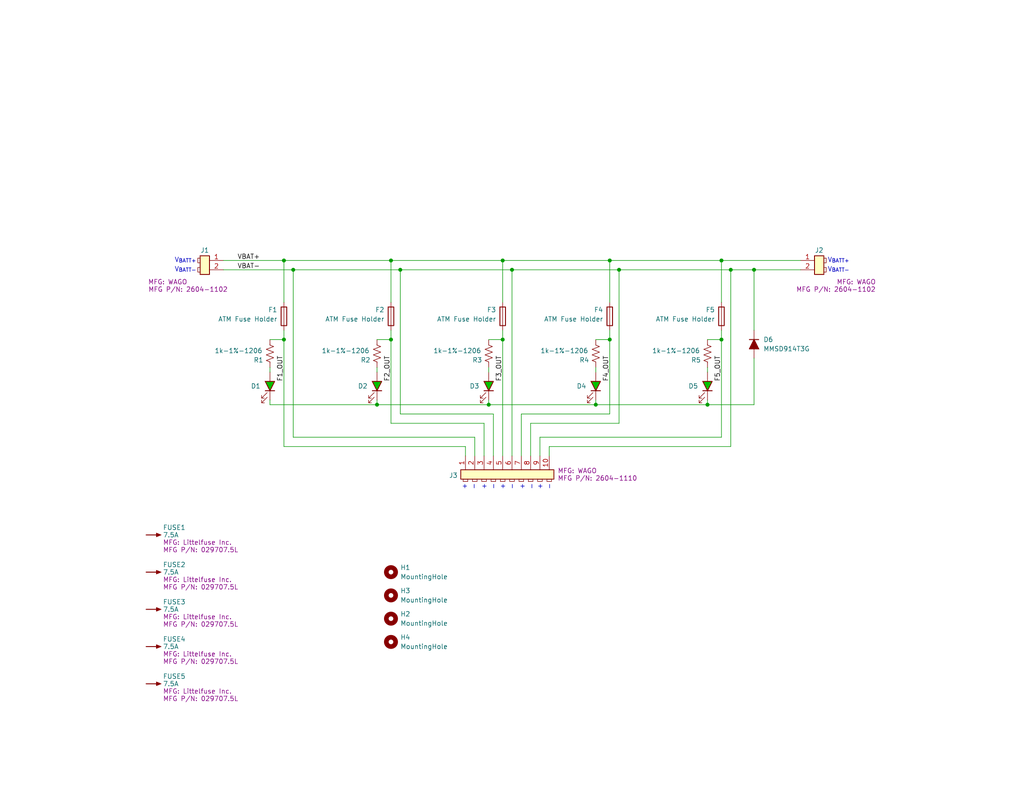
<source format=kicad_sch>
(kicad_sch (version 20250114) (generator "eeschema") (generator_version "9.0")
  (paper "A")
  (title_block (title "Mini Power Distribution Board (WCP-1823)") (date "2025-09-19") (rev "2") (company "1868 Space Cookies"))
  (lib_symbols
    (symbol "Connector:Screw_Terminal_01x02" (pin_names (offset 1.016) (hide yes))
      (property "Reference" "J1" (at 0 -8.89 0))
      (property "Value" "2606-1102" (at 0 -6.35 0))
      (symbol "Screw_Terminal_01x02_0_1"
        (rectangle (start 1.27 0.635) (end 1.905 -0.635))
        (rectangle (start 1.27 -1.905) (end 1.905 -3.175))
      )
      (symbol "Screw_Terminal_01x02_1_1"
        (rectangle (start -1.27 1.27) (end 1.27 -3.81) (stroke (width 0.254)) (fill (type background)))
        (pin input line (at -5.08 0 0) (length 3.81) (name "Pin_1") (number "1"))
        (pin input line (at -5.08 -2.54 0) (length 3.81) (name "Pin_2") (number "2"))
      )
    )
    (symbol "Connector:Screw_Terminal_01x10" (pin_names (offset 1.016) (hide yes))
      (property "Reference" "J2" (at 2.54 0 0))
      (property "Value" "Screw_Terminal_01x10" (at 2.54 -2.54 0))
      (symbol "Screw_Terminal_01x10_0_1"
        (rectangle (start 1.27 10.795) (end 1.905 9.525))
        (rectangle (start 1.27 8.255) (end 1.905 6.985))
        (rectangle (start 1.27 5.715) (end 1.905 4.445))
        (rectangle (start 1.27 3.175) (end 1.905 1.905))
        (rectangle (start 1.27 0.635) (end 1.905 -0.635))
        (rectangle (start 1.27 -1.905) (end 1.905 -3.175))
        (rectangle (start 1.27 -4.445) (end 1.905 -5.715))
        (rectangle (start 1.27 -6.985) (end 1.905 -8.255))
        (rectangle (start 1.27 -9.525) (end 1.905 -10.795))
        (rectangle (start 1.27 -12.065) (end 1.905 -13.335))
      )
      (symbol "Screw_Terminal_01x10_1_1"
        (rectangle (start -1.27 11.43) (end 1.27 -13.97) (stroke (width 0.254)) (fill (type background)))
        (pin passive line (at -5.08 10.16 0) (length 3.81) (name "Pin_1") (number "1"))
        (pin passive line (at -5.08 7.62 0) (length 3.81) (name "Pin_2") (number "2"))
        (pin passive line (at -5.08 5.08 0) (length 3.81) (name "Pin_3") (number "3"))
        (pin passive line (at -5.08 2.54 0) (length 3.81) (name "Pin_4") (number "4"))
        (pin passive line (at -5.08 0 0) (length 3.81) (name "Pin_5") (number "5"))
        (pin passive line (at -5.08 -2.54 0) (length 3.81) (name "Pin_6") (number "6"))
        (pin passive line (at -5.08 -5.08 0) (length 3.81) (name "Pin_7") (number "7"))
        (pin passive line (at -5.08 -7.62 0) (length 3.81) (name "Pin_8") (number "8"))
        (pin passive line (at -5.08 -10.16 0) (length 3.81) (name "Pin_9") (number "9"))
        (pin passive line (at -5.08 -12.7 0) (length 3.81) (name "Pin_10") (number "10"))
      )
    )
    (symbol "Device:D" (pin_numbers (hide yes)) (pin_names (offset 1.016) (hide yes))
      (property "Reference" "D6" (at 1.2701 -2.54 90))
      (property "Value" "D" (at -1.2699 -2.54 90))
      (symbol "D_0_1"
        (polyline (pts (xy -1.27 1.27) (xy -1.27 -1.27)) (stroke (width 0.254)))
        (polyline (pts (xy 1.27 0) (xy -1.27 0)))
      )
      (symbol "D_1_1"
        (polyline (pts (xy 1.27 1.27) (xy 1.27 -1.27) (xy -1.27 0) (xy 1.27 1.27)) (stroke (width 0.254)) (fill (type outline)))
        (pin passive line (at -3.81 0 0) (length 2.54) (name "K") (number "1"))
        (pin passive line (at 3.81 0 180) (length 2.54) (name "A") (number "2"))
      )
    )
    (symbol "Device:Fuse" (pin_numbers (hide yes)) (pin_names (offset 0))
      (property "Reference" "F" (at 2.032 0 90))
      (property "Value" "Fuse" (at -1.905 0 90))
      (symbol "Fuse_0_1"
        (rectangle (start -0.762 -2.54) (end 0.762 2.54) (stroke (width 0.254)))
        (polyline (pts (xy 0 2.54) (xy 0 -2.54)))
      )
      (symbol "Fuse_1_1"
        (pin passive line (at 0 3.81 270) (length 1.27) (name "~") (number "1"))
        (pin passive line (at 0 -3.81 90) (length 1.27) (name "~") (number "2"))
      )
    )
    (symbol "Device:LED" (pin_numbers (hide yes)) (pin_names (offset 1.016) (hide yes))
      (property "Reference" "D1" (at 0 -2.54 90))
      (symbol "LED_0_1"
        (polyline (pts (xy -3.048 -0.762) (xy -4.572 -2.286) (xy -3.81 -2.286) (xy -4.572 -2.286) (xy -4.572 -1.524)))
        (polyline (pts (xy -1.778 -0.762) (xy -3.302 -2.286) (xy -2.54 -2.286) (xy -3.302 -2.286) (xy -3.302 -1.524)))
        (polyline (pts (xy -1.27 -1.27) (xy -1.27 1.27)) (stroke (width 0.254)))
      )
      (symbol "LED_1_1"
        (polyline (pts (xy 1.27 -1.27) (xy 1.27 1.27) (xy -1.27 0) (xy 1.27 -1.27)) (stroke (width 0.254)) (fill (type color) (color 0 194 0 1)))
        (pin passive line (at -3.81 0 0) (length 2.54) (name "K") (number "1"))
        (pin passive line (at 3.81 0 180) (length 2.54) (name "A") (number "2"))
      )
    )
    (symbol "Device:R_US" (pin_numbers (hide yes)) (pin_names (offset 0))
      (property "Reference" "R" (at 2.54 0 90))
      (property "Value" "R_US" (at -2.54 0 90))
      (symbol "R_US_0_1"
        (polyline (pts (xy 0 2.286) (xy 0 2.54)))
        (polyline (pts (xy 0 2.286) (xy 1.016 1.905) (xy 0 1.524) (xy -1.016 1.143) (xy 0 0.762)))
        (polyline (pts (xy 0 0.762) (xy 1.016 0.381) (xy 0 0) (xy -1.016 -0.381) (xy 0 -0.762)))
        (polyline (pts (xy 0 -0.762) (xy 1.016 -1.143) (xy 0 -1.524) (xy -1.016 -1.905) (xy 0 -2.286)))
        (polyline (pts (xy 0 -2.286) (xy 0 -2.54)))
      )
      (symbol "R_US_1_1"
        (pin passive line (at 0 3.81 270) (length 1.27) (name "~") (number "1"))
        (pin passive line (at 0 -3.81 90) (length 1.27) (name "~") (number "2"))
      )
    )
    (symbol "Graphic:SYM_Arrow_Small" (in_bom no) (on_board no)
      (symbol "SYM_Arrow_Small_0_1"
        (polyline (pts (xy 1.524 0) (xy -2.032 0)) (stroke (width 0.254)))
        (polyline (pts (xy 2.032 0) (xy 0.762 -0.508) (xy 0.762 0.508) (xy 2.032 0)) (fill (type outline)))
      )
    )
    (symbol "Mechanical:MountingHole" (pin_names (offset 1.016)) (exclude_from_sim yes) (in_bom no)
      (property "Reference" "H" (at 0 5.08 0))
      (property "Value" "MountingHole" (at 0 3.175 0))
      (symbol "MountingHole_0_1"
        (circle (center 0 0) (radius 1.27) (stroke (width 1.27)))
      )
    )
  )
  (text "-" (at 145.034 132.08 90) (effects (font (size 1.27 1.27)) (justify right)))
  (text "V_{BATT+}" (at 225.806 71.12 0) (effects (font (size 1.27 1.27)) (justify left)))
  (text "V_{BATT-}" (at 53.594 73.66 0) (effects (font (size 1.27 1.27)) (justify right)))
  (text "+" (at 137.16 132.08 90) (effects (font (size 1.27 1.27)) (justify right)))
  (text "V_{BATT+}" (at 53.594 71.12 0) (effects (font (size 1.27 1.27)) (justify right)))
  (text "V_{BATT-}" (at 225.806 73.66 0) (effects (font (size 1.27 1.27)) (justify left)))
  (text "+" (at 142.494 132.08 90) (effects (font (size 1.27 1.27)) (justify right)))
  (text "-" (at 134.62 132.08 90) (effects (font (size 1.27 1.27)) (justify right)))
  (text "+" (at 126.746 132.08 90) (effects (font (size 1.27 1.27)) (justify right)))
  (text "-" (at 139.7 132.08 90) (effects (font (size 1.27 1.27)) (justify right)))
  (text "-" (at 149.86 132.08 90) (effects (font (size 1.27 1.27)) (justify right)))
  (text "-" (at 129.286 132.08 90) (effects (font (size 1.27 1.27)) (justify right)))
  (text "+" (at 147.32 132.08 90) (effects (font (size 1.27 1.27)) (justify right)))
  (text "+" (at 132.08 132.08 90) (effects (font (size 1.27 1.27)) (justify right)))
  (junction (at 193.04 110.49))
  (junction (at 199.39 73.66))
  (junction (at 196.85 92.71))
  (junction (at 196.85 71.12))
  (junction (at 166.37 92.71))
  (junction (at 133.35 110.49))
  (junction (at 139.7 73.66))
  (junction (at 80.01 73.66))
  (junction (at 106.68 92.71))
  (junction (at 77.47 71.12))
  (junction (at 106.68 71.12))
  (junction (at 166.37 71.12))
  (junction (at 109.22 73.66))
  (junction (at 168.91 73.66))
  (junction (at 137.16 71.12))
  (junction (at 137.16 92.71))
  (junction (at 162.56 110.49))
  (junction (at 205.74 73.66))
  (junction (at 77.47 92.71))
  (junction (at 102.87 110.49))
  (wire (pts (xy 196.85 90.17) (xy 196.85 92.71)))
  (wire (pts (xy 132.08 115.57) (xy 132.08 124.46)))
  (wire (pts (xy 80.01 119.38) (xy 129.54 119.38)))
  (wire (pts (xy 106.68 71.12) (xy 137.16 71.12)))
  (wire (pts (xy 80.01 73.66) (xy 80.01 119.38)))
  (wire (pts (xy 162.56 100.33) (xy 162.56 101.6)))
  (wire (pts (xy 205.74 73.66) (xy 205.74 90.17)))
  (wire (pts (xy 77.47 71.12) (xy 106.68 71.12)))
  (wire (pts (xy 127 121.92) (xy 77.47 121.92)))
  (wire (pts (xy 168.91 73.66) (xy 168.91 115.57)))
  (wire (pts (xy 73.66 110.49) (xy 102.87 110.49)))
  (wire (pts (xy 137.16 71.12) (xy 137.16 82.55)))
  (wire (pts (xy 139.7 73.66) (xy 139.7 124.46)))
  (wire (pts (xy 106.68 90.17) (xy 106.68 92.71)))
  (wire (pts (xy 139.7 73.66) (xy 168.91 73.66)))
  (wire (pts (xy 133.35 110.49) (xy 162.56 110.49)))
  (wire (pts (xy 106.68 71.12) (xy 106.68 82.55)))
  (wire (pts (xy 77.47 92.71) (xy 77.47 121.92)))
  (wire (pts (xy 199.39 73.66) (xy 205.74 73.66)))
  (wire (pts (xy 166.37 71.12) (xy 196.85 71.12)))
  (wire (pts (xy 102.87 92.71) (xy 106.68 92.71)))
  (wire (pts (xy 166.37 71.12) (xy 166.37 82.55)))
  (wire (pts (xy 199.39 121.92) (xy 149.86 121.92)))
  (wire (pts (xy 168.91 115.57) (xy 144.78 115.57)))
  (wire (pts (xy 162.56 109.22) (xy 162.56 110.49)))
  (wire (pts (xy 162.56 110.49) (xy 193.04 110.49)))
  (wire (pts (xy 166.37 92.71) (xy 162.56 92.71)))
  (wire (pts (xy 77.47 71.12) (xy 77.47 82.55)))
  (wire (pts (xy 137.16 90.17) (xy 137.16 92.71)))
  (wire (pts (xy 73.66 92.71) (xy 77.47 92.71)))
  (wire (pts (xy 102.87 100.33) (xy 102.87 101.6)))
  (wire (pts (xy 133.35 100.33) (xy 133.35 101.6)))
  (wire (pts (xy 193.04 109.22) (xy 193.04 110.49)))
  (wire (pts (xy 142.24 113.03) (xy 142.24 124.46)))
  (wire (pts (xy 80.01 73.66) (xy 109.22 73.66)))
  (wire (pts (xy 77.47 90.17) (xy 77.47 92.71)))
  (wire (pts (xy 205.74 73.66) (xy 218.44 73.66)))
  (wire (pts (xy 134.62 113.03) (xy 134.62 124.46)))
  (wire (pts (xy 109.22 73.66) (xy 109.22 113.03)))
  (wire (pts (xy 137.16 71.12) (xy 166.37 71.12)))
  (wire (pts (xy 166.37 92.71) (xy 166.37 113.03)))
  (wire (pts (xy 199.39 73.66) (xy 199.39 121.92)))
  (wire (pts (xy 149.86 121.92) (xy 149.86 124.46)))
  (wire (pts (xy 73.66 109.22) (xy 73.66 110.49)))
  (wire (pts (xy 133.35 109.22) (xy 133.35 110.49)))
  (wire (pts (xy 196.85 71.12) (xy 218.44 71.12)))
  (wire (pts (xy 168.91 73.66) (xy 199.39 73.66)))
  (wire (pts (xy 166.37 113.03) (xy 142.24 113.03)))
  (wire (pts (xy 60.96 73.66) (xy 80.01 73.66)))
  (wire (pts (xy 102.87 109.22) (xy 102.87 110.49)))
  (wire (pts (xy 129.54 119.38) (xy 129.54 124.46)))
  (wire (pts (xy 106.68 92.71) (xy 106.68 115.57)))
  (wire (pts (xy 193.04 110.49) (xy 205.74 110.49)))
  (wire (pts (xy 127 124.46) (xy 127 121.92)))
  (wire (pts (xy 106.68 115.57) (xy 132.08 115.57)))
  (wire (pts (xy 109.22 73.66) (xy 139.7 73.66)))
  (wire (pts (xy 205.74 110.49) (xy 205.74 97.79)))
  (wire (pts (xy 196.85 119.38) (xy 147.32 119.38)))
  (wire (pts (xy 144.78 115.57) (xy 144.78 124.46)))
  (wire (pts (xy 137.16 92.71) (xy 137.16 124.46)))
  (wire (pts (xy 60.96 71.12) (xy 77.47 71.12)))
  (wire (pts (xy 73.66 100.33) (xy 73.66 101.6)))
  (wire (pts (xy 193.04 92.71) (xy 196.85 92.71)))
  (wire (pts (xy 109.22 113.03) (xy 134.62 113.03)))
  (wire (pts (xy 193.04 100.33) (xy 193.04 101.6)))
  (wire (pts (xy 166.37 90.17) (xy 166.37 92.71)))
  (wire (pts (xy 196.85 92.71) (xy 196.85 119.38)))
  (wire (pts (xy 102.87 110.49) (xy 133.35 110.49)))
  (wire (pts (xy 147.32 119.38) (xy 147.32 124.46)))
  (wire (pts (xy 133.35 92.71) (xy 137.16 92.71)))
  (wire (pts (xy 196.85 71.12) (xy 196.85 82.55)))
  (label "F5_OUT" (at 196.85 104.14 90))
  (label "F4_OUT" (at 166.37 104.14 90))
  (label "F3_OUT" (at 137.16 104.14 90))
  (label "VBAT-" (at 64.77 73.66 0))
  (label "F2_OUT" (at 106.68 104.14 90))
  (label "VBAT+" (at 64.77 71.12 0))
  (label "F1_OUT" (at 77.47 104.14 90))
  (symbol (lib_id "Device:R_US") (at 193.04 96.52 180) (unit 1)
    (property "Reference" "R5" (at 191.262 98.298 0) (effects (justify left)))
    (property "Value" "1k-1%-1206" (at 191.008 95.758 0) (effects (justify left)))
    (property "Footprint" "Resistor_SMD:R_1206_3216Metric" (effects (hide yes)))
    (property "Datasheet" "https://www.seielect.com/catalog/sei-rmcf_rmcp.pdf" (effects (hide yes)))
    (property "MFG" "Stackpole Electronics Inc" (effects (hide yes)))
    (property "MFG P/N" "RMCF1206FT1K00" (effects (hide yes)))
    (property "DIST" "DIGIKEY" (effects (hide yes)))
    (property "DIST P/N" "RMCF1206FT1K00" (effects (hide yes)))
    (property "LINK" "https://www.digikey.com/en/products/detail/stackpole-electronics-inc/RMCF1206FT1K00/1759616" (effects (hide yes)))
  )
  (symbol (lib_id "Device:Fuse") (at 106.68 86.36 0) (mirror y) (unit 1)
    (property "Reference" "F2" (at 104.902 84.582 0) (effects (justify left)))
    (property "Value" "ATM Fuse Holder" (at 104.902 87.122 0) (effects (justify left)))
    (property "Footprint" "mini-pdb:Keystone-3568" (effects (hide yes)))
    (property "Datasheet" "Components/Keystone-M65p42.pdf" (effects (hide yes)))
    (property "Description" "ATM Fuse Holder" (effects (hide yes)))
    (property "MFG" "Keystone" (effects (hide yes)))
    (property "MFG P/N" "3568" (effects (hide yes)))
    (property "DIST" "Digikey" (effects (hide yes)))
    (property "DIST P/N" "36-3568-ND" (effects (hide yes)))
  )
  (symbol (lib_id "Mechanical:MountingHole") (at 106.68 175.26 0) (unit 1) (exclude_from_sim yes) (in_bom no)
    (property "Reference" "H4" (at 109.22 173.9899 0) (effects (justify left)))
    (property "Value" "MountingHole" (at 109.22 176.5299 0) (effects (justify left)))
    (property "Footprint" "MountingHole:MountingHole_3.2mm_M3" (effects (hide yes)))
    (property "Description" "Mounting Hole without connection" (effects (hide yes)))
  )
  (symbol (lib_id "Graphic:SYM_Arrow_Small") (at 41.91 176.53 0) (unit 1) (on_board no)
    (property "Reference" "FUSE4" (at 44.45 174.498 0) (effects (justify left)))
    (property "Value" "7.5A" (at 44.45 176.53 0) (effects (justify left)))
    (property "Datasheet" "https://www.littelfuse.com/~/media/automotive/datasheets/fuses/passenger-car-and-commercial-vehicle/blade-fuses/littelfuse_mini_datasheet.pdf" (effects (hide yes)))
    (property "MFG" "Littelfuse Inc." (at 44.45 178.562 0) (show_name yes) (effects (justify left)))
    (property "MFG P/N" "029707.5L" (at 44.45 180.594 0) (show_name yes) (effects (justify left)))
    (property "DIST" "DIGIKEY" (effects (hide yes)))
    (property "DIST P/N" "F4269-ND" (effects (hide yes)))
  )
  (symbol (lib_id "Mechanical:MountingHole") (at 106.68 156.21 0) (unit 1) (exclude_from_sim yes) (in_bom no)
    (property "Reference" "H1" (at 109.22 154.9399 0) (effects (justify left)))
    (property "Value" "MountingHole" (at 109.22 157.4799 0) (effects (justify left)))
    (property "Footprint" "MountingHole:MountingHole_3.2mm_M3" (effects (hide yes)))
    (property "Description" "Mounting Hole without connection" (effects (hide yes)))
  )
  (symbol (lib_id "Device:Fuse") (at 77.47 86.36 0) (mirror y) (unit 1)
    (property "Reference" "F1" (at 75.692 84.582 0) (effects (justify left)))
    (property "Value" "ATM Fuse Holder" (at 75.692 87.122 0) (effects (justify left)))
    (property "Footprint" "mini-pdb:Keystone-3568" (effects (hide yes)))
    (property "Datasheet" "Components/Keystone-M65p42.pdf" (effects (hide yes)))
    (property "Description" "ATM Fuse Holder" (effects (hide yes)))
    (property "MFG" "Keystone" (effects (hide yes)))
    (property "MFG P/N" "3568" (effects (hide yes)))
    (property "DIST" "Digikey" (effects (hide yes)))
    (property "DIST P/N" "36-3568-ND" (effects (hide yes)))
  )
  (symbol (lib_id "Device:R_US") (at 73.66 96.52 180) (unit 1)
    (property "Reference" "R1" (at 71.882 98.298 0) (effects (justify left)))
    (property "Value" "1k-1%-1206" (at 71.628 95.758 0) (effects (justify left)))
    (property "Footprint" "Resistor_SMD:R_1206_3216Metric" (effects (hide yes)))
    (property "Datasheet" "https://www.seielect.com/catalog/sei-rmcf_rmcp.pdf" (effects (hide yes)))
    (property "MFG" "Stackpole Electronics Inc" (effects (hide yes)))
    (property "MFG P/N" "RMCF1206FT1K00" (effects (hide yes)))
    (property "DIST" "DIGIKEY" (effects (hide yes)))
    (property "DIST P/N" "RMCF1206FT1K00" (effects (hide yes)))
    (property "LINK" "https://www.digikey.com/en/products/detail/stackpole-electronics-inc/RMCF1206FT1K00/1759616" (effects (hide yes)))
  )
  (symbol (lib_id "Connector:Screw_Terminal_01x02") (at 223.52 71.12 0) (unit 1)
    (property "Reference" "J2" (at 223.52 68.326 0))
    (property "Value" "2604-1102" (effects (hide yes)))
    (property "Footprint" "mini-pdb:Wago-2604-1102" (effects (hide yes)))
    (property "Datasheet" "https://www.wago.com/global/products/datasheets/Datasheet.pdf?product=2606-1102&lang=en" (effects (hide yes)))
    (property "MFG" "WAGO" (at 239.014 76.962 0) (show_name yes) (effects (justify right)))
    (property "MFG P/N" "2604-1102" (at 228.092 78.994 0) (show_name yes))
    (property "DIST" "DIGIKEY" (effects (hide yes)))
    (property "DIST P/N" "2946-2604-1102-ND" (effects (hide yes)))
    (property "LINK" "https://www.digikey.com/en/products/detail/wago-corporation/2606-1102/15575098" (effects (hide yes)))
  )
  (symbol (lib_id "Mechanical:MountingHole") (at 106.68 168.91 0) (unit 1) (exclude_from_sim yes) (in_bom no)
    (property "Reference" "H2" (at 109.22 167.6399 0) (effects (justify left)))
    (property "Value" "MountingHole" (at 109.22 170.1799 0) (effects (justify left)))
    (property "Footprint" "MountingHole:MountingHole_3.2mm_M3" (effects (hide yes)))
    (property "Description" "Mounting Hole without connection" (effects (hide yes)))
  )
  (symbol (lib_id "Device:LED") (at 193.04 105.41 270) (mirror x) (unit 1)
    (property "Reference" "D5" (at 190.5 105.41 90) (effects (justify right)))
    (property "Value" "QTLP651C4TR" (effects (hide yes)))
    (property "Footprint" "LED_SMD:LED_1206_3216Metric" (effects (hide yes)))
    (property "Datasheet" "https://mm.digikey.com/Volume0/opasdata/d220001/medias/docus/402/QTLP651C-2,3,4,7,B.pdf" (effects (hide yes)))
    (property "MFG" "Everlight Electronics Co Ltd" (effects (hide yes)))
    (property "MFG P/N" "QTLP651C4TR" (effects (hide yes)))
    (property "DIST" "DIGIKEY" (effects (hide yes)))
    (property "DIST P/N" "QTLP651C4TR" (effects (hide yes)))
    (property "LINK" "https://www.digikey.com/en/products/detail/everlight-electronics-co-ltd/QTLP651C4TR/2691391" (effects (hide yes)))
  )
  (symbol (lib_id "Connector:Screw_Terminal_01x02") (at 55.88 71.12 0) (mirror y) (unit 1)
    (property "Reference" "J1" (at 55.88 68.326 0))
    (property "Value" "2604-1102" (effects (hide yes)))
    (property "Footprint" "mini-pdb:Wago-2604-1102" (effects (hide yes)))
    (property "Datasheet" "https://www.wago.com/global/products/datasheets/Datasheet.pdf?product=2606-1102&lang=en" (effects (hide yes)))
    (property "MFG" "WAGO" (at 40.386 76.962 0) (show_name yes) (effects (justify right)))
    (property "MFG P/N" "2604-1102" (at 51.308 78.994 0) (show_name yes))
    (property "DIST" "DIGIKEY" (effects (hide yes)))
    (property "DIST P/N" "2946-2604-1102-ND" (effects (hide yes)))
    (property "LINK" "https://www.digikey.com/en/products/detail/wago-corporation/2606-1102/15575098" (effects (hide yes)))
  )
  (symbol (lib_id "Device:Fuse") (at 137.16 86.36 0) (mirror y) (unit 1)
    (property "Reference" "F3" (at 135.382 84.582 0) (effects (justify left)))
    (property "Value" "ATM Fuse Holder" (at 135.382 87.122 0) (effects (justify left)))
    (property "Footprint" "mini-pdb:Keystone-3568" (effects (hide yes)))
    (property "Datasheet" "Components/Keystone-M65p42.pdf" (effects (hide yes)))
    (property "Description" "ATM Fuse Holder" (effects (hide yes)))
    (property "MFG" "Keystone" (effects (hide yes)))
    (property "MFG P/N" "3568" (effects (hide yes)))
    (property "DIST" "Digikey" (effects (hide yes)))
    (property "DIST P/N" "36-3568-ND" (effects (hide yes)))
  )
  (symbol (lib_id "Graphic:SYM_Arrow_Small") (at 41.91 146.05 0) (unit 1) (on_board no)
    (property "Reference" "FUSE1" (at 44.45 144.018 0) (effects (justify left)))
    (property "Value" "7.5A" (at 44.45 146.05 0) (effects (justify left)))
    (property "Datasheet" "https://www.littelfuse.com/~/media/automotive/datasheets/fuses/passenger-car-and-commercial-vehicle/blade-fuses/littelfuse_mini_datasheet.pdf" (effects (hide yes)))
    (property "MFG" "Littelfuse Inc." (at 44.45 148.082 0) (show_name yes) (effects (justify left)))
    (property "MFG P/N" "029707.5L" (at 44.45 150.114 0) (show_name yes) (effects (justify left)))
    (property "DIST" "DIGIKEY" (effects (hide yes)))
    (property "DIST P/N" "F4269-ND" (effects (hide yes)))
  )
  (symbol (lib_id "Device:R_US") (at 102.87 96.52 180) (unit 1)
    (property "Reference" "R2" (at 101.092 98.298 0) (effects (justify left)))
    (property "Value" "1k-1%-1206" (at 100.838 95.758 0) (effects (justify left)))
    (property "Footprint" "Resistor_SMD:R_1206_3216Metric" (effects (hide yes)))
    (property "Datasheet" "https://www.seielect.com/catalog/sei-rmcf_rmcp.pdf" (effects (hide yes)))
    (property "MFG" "Stackpole Electronics Inc" (effects (hide yes)))
    (property "MFG P/N" "RMCF1206FT1K00" (effects (hide yes)))
    (property "DIST" "DIGIKEY" (effects (hide yes)))
    (property "DIST P/N" "RMCF1206FT1K00" (effects (hide yes)))
    (property "LINK" "https://www.digikey.com/en/products/detail/stackpole-electronics-inc/RMCF1206FT1K00/1759616" (effects (hide yes)))
  )
  (symbol (lib_id "Device:Fuse") (at 166.37 86.36 0) (mirror y) (unit 1)
    (property "Reference" "F4" (at 164.592 84.582 0) (effects (justify left)))
    (property "Value" "ATM Fuse Holder" (at 164.592 87.122 0) (effects (justify left)))
    (property "Footprint" "mini-pdb:Keystone-3568" (effects (hide yes)))
    (property "Datasheet" "Components/Keystone-M65p42.pdf" (effects (hide yes)))
    (property "Description" "ATM Fuse Holder" (effects (hide yes)))
    (property "MFG" "Keystone" (effects (hide yes)))
    (property "MFG P/N" "3568" (effects (hide yes)))
    (property "DIST" "Digikey" (effects (hide yes)))
    (property "DIST P/N" "36-3568-ND" (effects (hide yes)))
  )
  (symbol (lib_id "Connector:Screw_Terminal_01x10") (at 137.16 129.54 90) (mirror x) (unit 1)
    (property "Reference" "J3" (at 123.698 129.794 90))
    (property "Value" "2604-1110" (effects (hide yes)))
    (property "Footprint" "mini-pdb:Wago-2604-1110" (effects (hide yes)))
    (property "Datasheet" "https://www.wago.com/global/products/datasheets/Datasheet.pdf?product=2604-1110&lang=en" (effects (hide yes)))
    (property "MFG" "WAGO" (at 152.146 128.524 90) (show_name yes) (effects (justify right)))
    (property "MFG P/N" "2604-1110" (at 152.146 130.556 90) (show_name yes) (effects (justify right)))
    (property "DIST" "DIGIKEY" (effects (hide yes)))
    (property "DIST P/N" "2946-2604-1110-ND" (effects (hide yes)))
  )
  (symbol (lib_id "Device:Fuse") (at 196.85 86.36 0) (mirror y) (unit 1)
    (property "Reference" "F5" (at 195.072 84.582 0) (effects (justify left)))
    (property "Value" "ATM Fuse Holder" (at 195.072 87.122 0) (effects (justify left)))
    (property "Footprint" "mini-pdb:Keystone-3568" (effects (hide yes)))
    (property "Datasheet" "Components/Keystone-M65p42.pdf" (effects (hide yes)))
    (property "Description" "ATM Fuse Holder" (effects (hide yes)))
    (property "MFG" "Keystone" (effects (hide yes)))
    (property "MFG P/N" "3568" (effects (hide yes)))
    (property "DIST" "Digikey" (effects (hide yes)))
    (property "DIST P/N" "36-3568-ND" (effects (hide yes)))
  )
  (symbol (lib_id "Device:LED") (at 162.56 105.41 270) (mirror x) (unit 1)
    (property "Reference" "D4" (at 160.02 105.41 90) (effects (justify right)))
    (property "Value" "QTLP651C4TR" (effects (hide yes)))
    (property "Footprint" "LED_SMD:LED_1206_3216Metric" (effects (hide yes)))
    (property "Datasheet" "https://mm.digikey.com/Volume0/opasdata/d220001/medias/docus/402/QTLP651C-2,3,4,7,B.pdf" (effects (hide yes)))
    (property "MFG" "Everlight Electronics Co Ltd" (effects (hide yes)))
    (property "MFG P/N" "QTLP651C4TR" (effects (hide yes)))
    (property "DIST" "DIGIKEY" (effects (hide yes)))
    (property "DIST P/N" "QTLP651C4TR" (effects (hide yes)))
    (property "LINK" "https://www.digikey.com/en/products/detail/everlight-electronics-co-ltd/QTLP651C4TR/2691391" (effects (hide yes)))
  )
  (symbol (lib_id "Device:R_US") (at 162.56 96.52 180) (unit 1)
    (property "Reference" "R4" (at 160.782 98.298 0) (effects (justify left)))
    (property "Value" "1k-1%-1206" (at 160.528 95.758 0) (effects (justify left)))
    (property "Footprint" "Resistor_SMD:R_1206_3216Metric" (effects (hide yes)))
    (property "Datasheet" "https://www.seielect.com/catalog/sei-rmcf_rmcp.pdf" (effects (hide yes)))
    (property "MFG" "Stackpole Electronics Inc" (effects (hide yes)))
    (property "MFG P/N" "RMCF1206FT1K00" (effects (hide yes)))
    (property "DIST" "DIGIKEY" (effects (hide yes)))
    (property "DIST P/N" "RMCF1206FT1K00" (effects (hide yes)))
    (property "LINK" "https://www.digikey.com/en/products/detail/stackpole-electronics-inc/RMCF1206FT1K00/1759616" (effects (hide yes)))
  )
  (symbol (lib_id "Graphic:SYM_Arrow_Small") (at 41.91 156.21 0) (unit 1) (on_board no)
    (property "Reference" "FUSE2" (at 44.45 154.178 0) (effects (justify left)))
    (property "Value" "7.5A" (at 44.45 156.21 0) (effects (justify left)))
    (property "Datasheet" "https://www.littelfuse.com/~/media/automotive/datasheets/fuses/passenger-car-and-commercial-vehicle/blade-fuses/littelfuse_mini_datasheet.pdf" (effects (hide yes)))
    (property "MFG" "Littelfuse Inc." (at 44.45 158.242 0) (show_name yes) (effects (justify left)))
    (property "MFG P/N" "029707.5L" (at 44.45 160.274 0) (show_name yes) (effects (justify left)))
    (property "DIST" "DIGIKEY" (effects (hide yes)))
    (property "DIST P/N" "F4269-ND" (effects (hide yes)))
  )
  (symbol (lib_id "Device:LED") (at 102.87 105.41 270) (mirror x) (unit 1)
    (property "Reference" "D2" (at 100.33 105.41 90) (effects (justify right)))
    (property "Value" "QTLP651C4TR" (effects (hide yes)))
    (property "Footprint" "LED_SMD:LED_1206_3216Metric" (effects (hide yes)))
    (property "Datasheet" "https://mm.digikey.com/Volume0/opasdata/d220001/medias/docus/402/QTLP651C-2,3,4,7,B.pdf" (effects (hide yes)))
    (property "MFG" "Everlight Electronics Co Ltd" (effects (hide yes)))
    (property "MFG P/N" "QTLP651C4TR" (effects (hide yes)))
    (property "DIST" "DIGIKEY" (effects (hide yes)))
    (property "DIST P/N" "QTLP651C4TR" (effects (hide yes)))
    (property "LINK" "https://www.digikey.com/en/products/detail/everlight-electronics-co-ltd/QTLP651C4TR/2691391" (effects (hide yes)))
  )
  (symbol (lib_id "Device:LED") (at 133.35 105.41 270) (mirror x) (unit 1)
    (property "Reference" "D3" (at 130.81 105.41 90) (effects (justify right)))
    (property "Value" "QTLP651C4TR" (effects (hide yes)))
    (property "Footprint" "LED_SMD:LED_1206_3216Metric" (effects (hide yes)))
    (property "Datasheet" "https://mm.digikey.com/Volume0/opasdata/d220001/medias/docus/402/QTLP651C-2,3,4,7,B.pdf" (effects (hide yes)))
    (property "MFG" "Everlight Electronics Co Ltd" (effects (hide yes)))
    (property "MFG P/N" "QTLP651C4TR" (effects (hide yes)))
    (property "DIST" "DIGIKEY" (effects (hide yes)))
    (property "DIST P/N" "QTLP651C4TR" (effects (hide yes)))
    (property "LINK" "https://www.digikey.com/en/products/detail/everlight-electronics-co-ltd/QTLP651C4TR/2691391" (effects (hide yes)))
  )
  (symbol (lib_id "Device:D") (at 205.74 93.98 270) (unit 1)
    (property "Reference" "D6" (at 208.28 92.7099 90) (effects (justify left)))
    (property "Value" "MMSD914T3G" (at 208.28 95.2499 90) (effects (justify left)))
    (property "Footprint" "Diode_SMD:D_SOD-123" (effects (hide yes)))
    (property "Datasheet" "Components/onsemi-MMSD914T1-D.PDF" (effects (hide yes)))
    (property "Description" "DIODE STANDARD 100V 200MA SOD123" (effects (hide yes)))
    (property "MFG" "onsemi" (effects (hide yes)))
    (property "MFG P/N" "MMSD914T3G" (effects (hide yes)))
    (property "DIST" "Digikey" (effects (hide yes)))
    (property "DIST P/N" "MMSD914T3GOSCT-ND" (effects (hide yes)))
  )
  (symbol (lib_id "Graphic:SYM_Arrow_Small") (at 41.91 166.37 0) (unit 1) (on_board no)
    (property "Reference" "FUSE3" (at 44.45 164.338 0) (effects (justify left)))
    (property "Value" "7.5A" (at 44.45 166.37 0) (effects (justify left)))
    (property "Datasheet" "https://www.littelfuse.com/~/media/automotive/datasheets/fuses/passenger-car-and-commercial-vehicle/blade-fuses/littelfuse_mini_datasheet.pdf" (effects (hide yes)))
    (property "MFG" "Littelfuse Inc." (at 44.45 168.402 0) (show_name yes) (effects (justify left)))
    (property "MFG P/N" "029707.5L" (at 44.45 170.434 0) (show_name yes) (effects (justify left)))
    (property "DIST" "DIGIKEY" (effects (hide yes)))
    (property "DIST P/N" "F4269-ND" (effects (hide yes)))
  )
  (symbol (lib_id "Graphic:SYM_Arrow_Small") (at 41.91 186.69 0) (unit 1) (on_board no)
    (property "Reference" "FUSE5" (at 44.45 184.658 0) (effects (justify left)))
    (property "Value" "7.5A" (at 44.45 186.69 0) (effects (justify left)))
    (property "Datasheet" "https://www.littelfuse.com/~/media/automotive/datasheets/fuses/passenger-car-and-commercial-vehicle/blade-fuses/littelfuse_mini_datasheet.pdf" (effects (hide yes)))
    (property "MFG" "Littelfuse Inc." (at 44.45 188.722 0) (show_name yes) (effects (justify left)))
    (property "MFG P/N" "029707.5L" (at 44.45 190.754 0) (show_name yes) (effects (justify left)))
    (property "DIST" "DIGIKEY" (effects (hide yes)))
    (property "DIST P/N" "F4269-ND" (effects (hide yes)))
  )
  (symbol (lib_id "Device:LED") (at 73.66 105.41 270) (mirror x) (unit 1)
    (property "Reference" "D1" (at 71.12 105.41 90) (effects (justify right)))
    (property "Value" "QTLP651C4TR" (effects (hide yes)))
    (property "Footprint" "LED_SMD:LED_1206_3216Metric" (effects (hide yes)))
    (property "Datasheet" "https://mm.digikey.com/Volume0/opasdata/d220001/medias/docus/402/QTLP651C-2,3,4,7,B.pdf" (effects (hide yes)))
    (property "MFG" "Everlight Electronics Co Ltd" (effects (hide yes)))
    (property "MFG P/N" "QTLP651C4TR" (effects (hide yes)))
    (property "DIST" "DIGIKEY" (effects (hide yes)))
    (property "DIST P/N" "QTLP651C4TR" (effects (hide yes)))
    (property "LINK" "https://www.digikey.com/en/products/detail/everlight-electronics-co-ltd/QTLP651C4TR/2691391" (effects (hide yes)))
  )
  (symbol (lib_id "Device:R_US") (at 133.35 96.52 180) (unit 1)
    (property "Reference" "R3" (at 131.572 98.298 0) (effects (justify left)))
    (property "Value" "1k-1%-1206" (at 131.318 95.758 0) (effects (justify left)))
    (property "Footprint" "Resistor_SMD:R_1206_3216Metric" (effects (hide yes)))
    (property "Datasheet" "https://www.seielect.com/catalog/sei-rmcf_rmcp.pdf" (effects (hide yes)))
    (property "MFG" "Stackpole Electronics Inc" (effects (hide yes)))
    (property "MFG P/N" "RMCF1206FT1K00" (effects (hide yes)))
    (property "DIST" "DIGIKEY" (effects (hide yes)))
    (property "DIST P/N" "RMCF1206FT1K00" (effects (hide yes)))
    (property "LINK" "https://www.digikey.com/en/products/detail/stackpole-electronics-inc/RMCF1206FT1K00/1759616" (effects (hide yes)))
  )
  (symbol (lib_id "Mechanical:MountingHole") (at 106.68 162.56 0) (unit 1) (exclude_from_sim yes) (in_bom no)
    (property "Reference" "H3" (at 109.22 161.2899 0) (effects (justify left)))
    (property "Value" "MountingHole" (at 109.22 163.8299 0) (effects (justify left)))
    (property "Footprint" "MountingHole:MountingHole_3.2mm_M3" (effects (hide yes)))
    (property "Description" "Mounting Hole without connection" (effects (hide yes)))
  )
)
</source>
